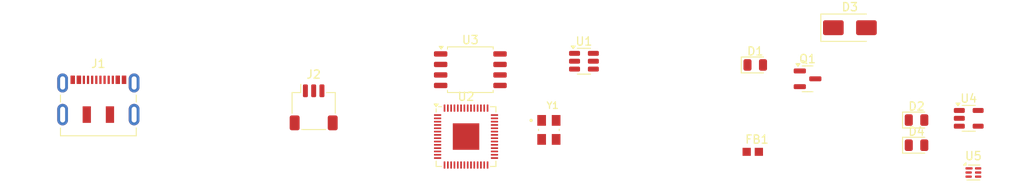
<source format=kicad_pcb>
(kicad_pcb (version 20241229) (generator "pcbnew") (generator_version "9.0")
  (layers (0 "F.Cu" signal) (2 "B.Cu" signal) (13 "F.Paste" user) (15 "B.Paste" user) (5 "F.SilkS" user "F.Silkscreen") (7 "B.SilkS" user "B.Silkscreen") (1 "F.Mask" user) (3 "B.Mask" user) (25 "Edge.Cuts" user))
  (net 0 "")
  (net 2 "/01-04-Power-DCDC-Charger-Battery/5V_USB")
  (net 3 "Net-(J1-CC2)")
  (net 4 "GND")
  (net 5 "/USB_In_D-")
  (net 6 "Net-(J1-SHIELD)")
  (net 7 "Net-(J1-CC1)")
  (net 8 "/USB_In_D+")
  (net 9 "/SWCK_UART_Rx")
  (net 11 "/SWD_UART_Tx")
  (net 12 "/USB_D+")
  (net 14 "/USB_D-")
  (net 20 "Net-(U2-DVDD-Pad23)")
  (net 30 "Net-(U2-IOVDD-Pad1)")
  (net 76 "Net-(D1-K)")
  (net 77 "Net-(U1-VBUS)")
  (net 78 "/01-04-Power-DCDC-Charger-Battery/VBATT_VBUS")
  (net 79 "Net-(D2-K)")
  (net 80 "/01-04-Power-DCDC-Charger-Battery/+BATT")
  (net 81 "Net-(D4-K)")
  (net 82 "Net-(U4-PROG)")
  (net 83 "Net-(U4-STAT)")
  (footprint "project footprints:XTAL_ABM8-272-T3" (layer "F.Cu") (at 129.625 42.35)
    (property "Reference" "Y1" (at 0.45 -2.95 0) (layer "F.SilkS") (effects (font (size 0.787402 0.787402))))
    (property "Value" "ABM8-272-T3")
    (fp_line (start -1.25 -0.085) (end -1.25 0.085) (stroke (width 0.127)) (layer "F.SilkS"))
    (fp_line (start 1.25 -0.085) (end 1.25 0.085) (stroke (width 0.127)) (layer "F.SilkS"))
    (fp_circle (center -2.145 -1.15) (end -2.045 -1.15) (stroke (width 0.2)) (fill no) (layer "F.SilkS"))
    (pad "1" smd rect (at -0.875 -1.15) (size 1.05 1.3) (layers "F.Cu" "F.Mask" "F.Paste"))
    (pad "2" smd rect (at -0.875 1.15) (size 1.05 1.3) (layers "F.Cu" "F.Mask" "F.Paste"))
    (pad "3" smd rect (at 0.875 1.15) (size 1.05 1.3) (layers "F.Cu" "F.Mask" "F.Paste"))
    (pad "4" smd rect (at 0.875 -1.15) (size 1.05 1.3) (layers "F.Cu" "F.Mask" "F.Paste"))
  )
  (footprint "project footprints:BLM18SP221SN1D_BEADC1608X95N" (layer "F.Cu") (at 154.265 45)
    (property "Reference" "FB1" (at 0.5 -1.5 0) (layer "F.SilkS"))
    (property "Value" "BLM18SP221SN1D")
    (pad "1" smd rect (at -0.735 0) (size 1 0.97) (layers "F.Cu" "F.Mask" "F.Paste") (net 77 "Net-(U1-VBUS)"))
    (pad "2" smd rect (at 0.735 0) (size 1 0.97) (layers "F.Cu" "F.Mask" "F.Paste") (net 2 "/01-04-Power-DCDC-Charger-Battery/5V_USB"))
  )
  (footprint "Package_DFN_QFN:QFN-56-1EP_7x7mm_P0.4mm_EP3.2x3.2mm" (layer "F.Cu") (at 119.6125 43.155)
    (property "Reference" "U2" (at 0 -4.83 0) (layer "F.SilkS"))
    (property "Value" "RP2040")
    (fp_line (start -3.61 -2.96) (end -3.61 -3.37) (stroke (width 0.12)) (layer "F.SilkS"))
    (fp_line (start -3.61 3.61) (end -3.61 2.96) (stroke (width 0.12)) (layer "F.SilkS"))
    (fp_line (start -2.96 -3.61) (end -3.31 -3.61) (stroke (width 0.12)) (layer "F.SilkS"))
    (fp_line (start -2.96 3.61) (end -3.61 3.61) (stroke (width 0.12)) (layer "F.SilkS"))
    (fp_line (start 2.96 -3.61) (end 3.61 -3.61) (stroke (width 0.12)) (layer "F.SilkS"))
    (fp_line (start 2.96 3.61) (end 3.61 3.61) (stroke (width 0.12)) (layer "F.SilkS"))
    (fp_line (start 3.61 -3.61) (end 3.61 -2.96) (stroke (width 0.12)) (layer "F.SilkS"))
    (fp_line (start 3.61 3.61) (end 3.61 2.96) (stroke (width 0.12)) (layer "F.SilkS"))
    (fp_poly (pts (xy -3.61 -3.61) (xy -3.85 -3.94) (xy -3.37 -3.94)) (stroke (width 0.12)) (fill yes) (layer "F.SilkS"))
    (pad "1" smd roundrect (at -3.4375 -2.6) (size 0.875 0.2) (layers "F.Cu" "F.Mask" "F.Paste") (net 30 "Net-(U2-IOVDD-Pad1)"))
    (pad "2" smd roundrect (at -3.4375 -2.2) (size 0.875 0.2) (layers "F.Cu" "F.Mask" "F.Paste"))
    (pad "3" smd roundrect (at -3.4375 -1.8) (size 0.875 0.2) (layers "F.Cu" "F.Mask" "F.Paste"))
    (pad "4" smd roundrect (at -3.4375 -1.4) (size 0.875 0.2) (layers "F.Cu" "F.Mask" "F.Paste"))
    (pad "5" smd roundrect (at -3.4375 -1) (size 0.875 0.2) (layers "F.Cu" "F.Mask" "F.Paste"))
    (pad "6" smd roundrect (at -3.4375 -0.6) (size 0.875 0.2) (layers "F.Cu" "F.Mask" "F.Paste"))
    (pad "7" smd roundrect (at -3.4375 -0.2) (size 0.875 0.2) (layers "F.Cu" "F.Mask" "F.Paste"))
    (pad "8" smd roundrect (at -3.4375 0.2) (size 0.875 0.2) (layers "F.Cu" "F.Mask" "F.Paste"))
    (pad "9" smd roundrect (at -3.4375 0.6) (size 0.875 0.2) (layers "F.Cu" "F.Mask" "F.Paste"))
    (pad "10" smd roundrect (at -3.4375 1) (size 0.875 0.2) (layers "F.Cu" "F.Mask" "F.Paste") (net 30 "Net-(U2-IOVDD-Pad1)"))
    (pad "11" smd roundrect (at -3.4375 1.4) (size 0.875 0.2) (layers "F.Cu" "F.Mask" "F.Paste"))
    (pad "12" smd roundrect (at -3.4375 1.8) (size 0.875 0.2) (layers "F.Cu" "F.Mask" "F.Paste"))
    (pad "13" smd roundrect (at -3.4375 2.2) (size 0.875 0.2) (layers "F.Cu" "F.Mask" "F.Paste"))
    (pad "14" smd roundrect (at -3.4375 2.6) (size 0.875 0.2) (layers "F.Cu" "F.Mask" "F.Paste"))
    (pad "15" smd roundrect (at -2.6 3.4375) (size 0.2 0.875) (layers "F.Cu" "F.Mask" "F.Paste"))
    (pad "16" smd roundrect (at -2.2 3.4375) (size 0.2 0.875) (layers "F.Cu" "F.Mask" "F.Paste"))
    (pad "17" smd roundrect (at -1.8 3.4375) (size 0.2 0.875) (layers "F.Cu" "F.Mask" "F.Paste"))
    (pad "18" smd roundrect (at -1.4 3.4375) (size 0.2 0.875) (layers "F.Cu" "F.Mask" "F.Paste"))
    (pad "19" smd roundrect (at -1 3.4375) (size 0.2 0.875) (layers "F.Cu" "F.Mask" "F.Paste"))
    (pad "20" smd roundrect (at -0.6 3.4375) (size 0.2 0.875) (layers "F.Cu" "F.Mask" "F.Paste"))
    (pad "21" smd roundrect (at -0.2 3.4375) (size 0.2 0.875) (layers "F.Cu" "F.Mask" "F.Paste"))
    (pad "22" smd roundrect (at 0.2 3.4375) (size 0.2 0.875) (layers "F.Cu" "F.Mask" "F.Paste") (net 30 "Net-(U2-IOVDD-Pad1)"))
    (pad "23" smd roundrect (at 0.6 3.4375) (size 0.2 0.875) (layers "F.Cu" "F.Mask" "F.Paste") (net 20 "Net-(U2-DVDD-Pad23)"))
    (pad "24" smd roundrect (at 1 3.4375) (size 0.2 0.875) (layers "F.Cu" "F.Mask" "F.Paste"))
    (pad "25" smd roundrect (at 1.4 3.4375) (size 0.2 0.875) (layers "F.Cu" "F.Mask" "F.Paste"))
    (pad "26" smd roundrect (at 1.8 3.4375) (size 0.2 0.875) (layers "F.Cu" "F.Mask" "F.Paste"))
    (pad "27" smd roundrect (at 2.2 3.4375) (size 0.2 0.875) (layers "F.Cu" "F.Mask" "F.Paste"))
    (pad "28" smd roundrect (at 2.6 3.4375) (size 0.2 0.875) (layers "F.Cu" "F.Mask" "F.Paste"))
    (pad "29" smd roundrect (at 3.4375 2.6) (size 0.875 0.2) (layers "F.Cu" "F.Mask" "F.Paste"))
    (pad "30" smd roundrect (at 3.4375 2.2) (size 0.875 0.2) (layers "F.Cu" "F.Mask" "F.Paste"))
    (pad "31" smd roundrect (at 3.4375 1.8) (size 0.875 0.2) (layers "F.Cu" "F.Mask" "F.Paste"))
    (pad "32" smd roundrect (at 3.4375 1.4) (size 0.875 0.2) (layers "F.Cu" "F.Mask" "F.Paste"))
    (pad "33" smd roundrect (at 3.4375 1) (size 0.875 0.2) (layers "F.Cu" "F.Mask" "F.Paste") (net 30 "Net-(U2-IOVDD-Pad1)"))
    (pad "34" smd roundrect (at 3.4375 0.6) (size 0.875 0.2) (layers "F.Cu" "F.Mask" "F.Paste"))
    (pad "35" smd roundrect (at 3.4375 0.2) (size 0.875 0.2) (layers "F.Cu" "F.Mask" "F.Paste"))
    (pad "36" smd roundrect (at 3.4375 -0.2) (size 0.875 0.2) (layers "F.Cu" "F.Mask" "F.Paste"))
    (pad "37" smd roundrect (at 3.4375 -0.6) (size 0.875 0.2) (layers "F.Cu" "F.Mask" "F.Paste"))
    (pad "38" smd roundrect (at 3.4375 -1) (size 0.875 0.2) (layers "F.Cu" "F.Mask" "F.Paste"))
    (pad "39" smd roundrect (at 3.4375 -1.4) (size 0.875 0.2) (layers "F.Cu" "F.Mask" "F.Paste"))
    (pad "40" smd roundrect (at 3.4375 -1.8) (size 0.875 0.2) (layers "F.Cu" "F.Mask" "F.Paste"))
    (pad "41" smd roundrect (at 3.4375 -2.2) (size 0.875 0.2) (layers "F.Cu" "F.Mask" "F.Paste"))
    (pad "42" smd roundrect (at 3.4375 -2.6) (size 0.875 0.2) (layers "F.Cu" "F.Mask" "F.Paste") (net 30 "Net-(U2-IOVDD-Pad1)"))
    (pad "43" smd roundrect (at 2.6 -3.4375) (size 0.2 0.875) (layers "F.Cu" "F.Mask" "F.Paste"))
    (pad "44" smd roundrect (at 2.2 -3.4375) (size 0.2 0.875) (layers "F.Cu" "F.Mask" "F.Paste"))
    (pad "45" smd roundrect (at 1.8 -3.4375) (size 0.2 0.875) (layers "F.Cu" "F.Mask" "F.Paste"))
    (pad "46" smd roundrect (at 1.4 -3.4375) (size 0.2 0.875) (layers "F.Cu" "F.Mask" "F.Paste"))
    (pad "47" smd roundrect (at 1 -3.4375) (size 0.2 0.875) (layers "F.Cu" "F.Mask" "F.Paste"))
    (pad "48" smd roundrect (at 0.6 -3.4375) (size 0.2 0.875) (layers "F.Cu" "F.Mask" "F.Paste"))
    (pad "49" smd roundrect (at 0.2 -3.4375) (size 0.2 0.875) (layers "F.Cu" "F.Mask" "F.Paste") (net 30 "Net-(U2-IOVDD-Pad1)"))
    (pad "50" smd roundrect (at -0.2 -3.4375) (size 0.2 0.875) (layers "F.Cu" "F.Mask" "F.Paste") (net 20 "Net-(U2-DVDD-Pad23)"))
    (pad "51" smd roundrect (at -0.6 -3.4375) (size 0.2 0.875) (layers "F.Cu" "F.Mask" "F.Paste"))
    (pad "52" smd roundrect (at -1 -3.4375) (size 0.2 0.875) (layers "F.Cu" "F.Mask" "F.Paste"))
    (pad "53" smd roundrect (at -1.4 -3.4375) (size 0.2 0.875) (layers "F.Cu" "F.Mask" "F.Paste"))
    (pad "54" smd roundrect (at -1.8 -3.4375) (size 0.2 0.875) (layers "F.Cu" "F.Mask" "F.Paste"))
    (pad "55" smd roundrect (at -2.2 -3.4375) (size 0.2 0.875) (layers "F.Cu" "F.Mask" "F.Paste"))
    (pad "56" smd roundrect (at -2.6 -3.4375) (size 0.2 0.875) (layers "F.Cu" "F.Mask" "F.Paste"))
    (pad "57" smd rect (at 0 0) (size 3.2 3.2) (property pad_prop_heatsink) (layers "F.Cu" "F.Mask"))
  )
  (footprint "LED_SMD:LED_0805_2012Metric" (layer "F.Cu") (at 174.055 41.16)
    (property "Reference" "D2" (at 0 -1.65 0) (layer "F.SilkS"))
    (property "Value" "BATT")
    (fp_line (start -1.685 -0.96) (end -1.685 0.96) (stroke (width 0.12)) (layer "F.SilkS"))
    (fp_line (start -1.685 0.96) (end 1 0.96) (stroke (width 0.12)) (layer "F.SilkS"))
    (fp_line (start 1 -0.96) (end -1.685 -0.96) (stroke (width 0.12)) (layer "F.SilkS"))
    (pad "1" smd roundrect (at -0.9375 0) (size 0.975 1.4) (layers "F.Cu" "F.Mask" "F.Paste") (net 79 "Net-(D2-K)"))
    (pad "2" smd roundrect (at 0.9375 0) (size 0.975 1.4) (layers "F.Cu" "F.Mask" "F.Paste") (net 80 "/01-04-Power-DCDC-Charger-Battery/+BATT"))
  )
  (footprint "Package_SON:WSON-6_1.5x1.5mm_P0.5mm" (layer "F.Cu") (at 180.925 47.5)
    (property "Reference" "U5" (at 0 -2 0) (layer "F.SilkS"))
    (property "Value" "BQ29700DSER")
    (fp_line (start -0.785 0.9) (end 0.785 0.9) (stroke (width 0.12)) (layer "F.SilkS"))
    (fp_line (start -0.58 -0.9) (end 0.78 -0.9) (stroke (width 0.12)) (layer "F.SilkS"))
    (fp_poly (pts (xy -0.9 -0.9) (xy -1.18 -0.9) (xy -0.9 -1.18) (xy -0.9 -0.9)) (stroke (width 0.12)) (fill yes) (layer "F.SilkS"))
    (pad "1" smd roundrect (at -0.525 -0.5 270) (size 0.28 0.85) (layers "F.Cu" "F.Mask" "F.Paste"))
    (pad "2" smd roundrect (at -0.575 0 270) (size 0.28 0.75) (layers "F.Cu" "F.Mask" "F.Paste"))
    (pad "3" smd roundrect (at -0.575 0.5 270) (size 0.28 0.75) (layers "F.Cu" "F.Mask" "F.Paste"))
    (pad "4" smd roundrect (at 0.575 0.5 270) (size 0.28 0.75) (layers "F.Cu" "F.Mask" "F.Paste"))
    (pad "5" smd roundrect (at 0.575 0 270) (size 0.28 0.75) (layers "F.Cu" "F.Mask" "F.Paste"))
    (pad "6" smd roundrect (at 0.575 -0.5 270) (size 0.28 0.75) (layers "F.Cu" "F.Mask" "F.Paste"))
  )
  (footprint "Package_TO_SOT_SMD:SOT-23-5" (layer "F.Cu") (at 180.3625 40.95)
    (property "Reference" "U4" (at 0 -2.4 0) (layer "F.SilkS"))
    (property "Value" "MCP73831-2-OT")
    (fp_line (start 0 -1.56) (end -0.8 -1.56) (stroke (width 0.12)) (layer "F.SilkS"))
    (fp_line (start 0 -1.56) (end 0.8 -1.56) (stroke (width 0.12)) (layer "F.SilkS"))
    (fp_line (start 0 1.56) (end -0.8 1.56) (stroke (width 0.12)) (layer "F.SilkS"))
    (fp_line (start 0 1.56) (end 0.8 1.56) (stroke (width 0.12)) (layer "F.SilkS"))
    (fp_poly (pts (xy -1.3 -1.51) (xy -1.54 -1.84) (xy -1.06 -1.84)) (stroke (width 0.12)) (fill yes) (layer "F.SilkS"))
    (pad "1" smd roundrect (at -1.1375 -0.95) (size 1.325 0.6) (layers "F.Cu" "F.Mask" "F.Paste") (net 83 "Net-(U4-STAT)"))
    (pad "2" smd roundrect (at -1.1375 0) (size 1.325 0.6) (layers "F.Cu" "F.Mask" "F.Paste") (net 4 "GND"))
    (pad "3" smd roundrect (at -1.1375 0.95) (size 1.325 0.6) (layers "F.Cu" "F.Mask" "F.Paste") (net 80 "/01-04-Power-DCDC-Charger-Battery/+BATT"))
    (pad "4" smd roundrect (at 1.1375 0.95) (size 1.325 0.6) (layers "F.Cu" "F.Mask" "F.Paste") (net 2 "/01-04-Power-DCDC-Charger-Battery/5V_USB"))
    (pad "5" smd roundrect (at 1.1375 -0.95) (size 1.325 0.6) (layers "F.Cu" "F.Mask" "F.Paste") (net 82 "Net-(U4-PROG)"))
  )
  (footprint "Package_SO:SOIC-8_5.3x5.3mm_P1.27mm" (layer "F.Cu") (at 120.1325 35.075)
    (property "Reference" "U3" (at 0 -3.6 0) (layer "F.SilkS"))
    (property "Value" "W25Q128JVS")
    (fp_line (start -2.76 -2.76) (end -2.76 -2.49) (stroke (width 0.12)) (layer "F.SilkS"))
    (fp_line (start -2.76 2.76) (end -2.76 2.49) (stroke (width 0.12)) (layer "F.SilkS"))
    (fp_line (start 0 -2.76) (end -2.76 -2.76) (stroke (width 0.12)) (layer "F.SilkS"))
    (fp_line (start 0 -2.76) (end 2.76 -2.76) (stroke (width 0.12)) (layer "F.SilkS"))
    (fp_line (start 0 2.76) (end -2.76 2.76) (stroke (width 0.12)) (layer "F.SilkS"))
    (fp_line (start 0 2.76) (end 2.76 2.76) (stroke (width 0.12)) (layer "F.SilkS"))
    (fp_line (start 2.76 -2.76) (end 2.76 -2.49) (stroke (width 0.12)) (layer "F.SilkS"))
    (fp_line (start 2.76 2.76) (end 2.76 2.49) (stroke (width 0.12)) (layer "F.SilkS"))
    (fp_poly (pts (xy -3.525 -2.49) (xy -3.765 -2.82) (xy -3.285 -2.82)) (stroke (width 0.12)) (fill yes) (layer "F.SilkS"))
    (pad "1" smd roundrect (at -3.5875 -1.905) (size 1.625 0.65) (layers "F.Cu" "F.Mask" "F.Paste"))
    (pad "2" smd roundrect (at -3.5875 -0.635) (size 1.625 0.65) (layers "F.Cu" "F.Mask" "F.Paste"))
    (pad "3" smd roundrect (at -3.5875 0.635) (size 1.625 0.65) (layers "F.Cu" "F.Mask" "F.Paste"))
    (pad "4" smd roundrect (at -3.5875 1.905) (size 1.625 0.65) (layers "F.Cu" "F.Mask" "F.Paste"))
    (pad "5" smd roundrect (at 3.5875 1.905) (size 1.625 0.65) (layers "F.Cu" "F.Mask" "F.Paste"))
    (pad "6" smd roundrect (at 3.5875 0.635) (size 1.625 0.65) (layers "F.Cu" "F.Mask" "F.Paste"))
    (pad "7" smd roundrect (at 3.5875 -0.635) (size 1.625 0.65) (layers "F.Cu" "F.Mask" "F.Paste"))
    (pad "8" smd roundrect (at 3.5875 -1.905) (size 1.625 0.65) (layers "F.Cu" "F.Mask" "F.Paste"))
  )
  (footprint "Package_TO_SOT_SMD:SOT-23" (layer "F.Cu") (at 160.885 36.175)
    (property "Reference" "Q1" (at 0 -2.4 0) (layer "F.SilkS"))
    (property "Value" "PMOS")
    (fp_line (start 0 -1.56) (end -0.65 -1.56) (stroke (width 0.12)) (layer "F.SilkS"))
    (fp_line (start 0 -1.56) (end 0.65 -1.56) (stroke (width 0.12)) (layer "F.SilkS"))
    (fp_line (start 0 1.56) (end -0.65 1.56) (stroke (width 0.12)) (layer "F.SilkS"))
    (fp_line (start 0 1.56) (end 0.65 1.56) (stroke (width 0.12)) (layer "F.SilkS"))
    (fp_poly (pts (xy -1.1625 -1.51) (xy -1.4025 -1.84) (xy -0.9225 -1.84)) (stroke (width 0.12)) (fill yes) (layer "F.SilkS"))
    (pad "1" smd roundrect (at -0.9375 -0.95) (size 1.475 0.6) (layers "F.Cu" "F.Mask" "F.Paste") (net 80 "/01-04-Power-DCDC-Charger-Battery/+BATT"))
    (pad "2" smd roundrect (at -0.9375 0.95) (size 1.475 0.6) (layers "F.Cu" "F.Mask" "F.Paste") (net 2 "/01-04-Power-DCDC-Charger-Battery/5V_USB"))
    (pad "3" smd roundrect (at 0.9375 0) (size 1.475 0.6) (layers "F.Cu" "F.Mask" "F.Paste") (net 78 "/01-04-Power-DCDC-Charger-Battery/VBATT_VBUS"))
  )
  (footprint "project footprints:USB_C_Receptacle_JAE_DX07S016JA1R1500" (layer "F.Cu") (at 75.18 39.35)
    (property "Reference" "J1" (at 0 -5 0) (layer "F.SilkS"))
    (property "Value" "USB_C_Receptacle_USB2.0_16P")
    (fp_line (start -4.58 -1.215) (end -4.58 -0.36) (stroke (width 0.12)) (layer "F.SilkS"))
    (fp_line (start -4.58 2.76) (end -4.58 3.71) (stroke (width 0.12)) (layer "F.SilkS"))
    (fp_line (start -4.58 3.71) (end 4.58 3.71) (stroke (width 0.12)) (layer "F.SilkS"))
    (fp_line (start 4.58 -1.215) (end 4.58 -0.36) (stroke (width 0.12)) (layer "F.SilkS"))
    (fp_line (start 4.58 2.76) (end 4.58 3.71) (stroke (width 0.12)) (layer "F.SilkS"))
    (pad "" np_thru_hole circle (at -3 -1.95) (size 0.6 0.6) (drill 0.6) (layers "*.Cu" "*.Mask"))
    (pad "" smd rect (at -1.4 1.15) (size 1 2) (layers "F.Cu" "F.Mask" "F.Paste"))
    (pad "" smd rect (at 1.4 1.15) (size 1 2) (layers "F.Cu" "F.Mask" "F.Paste"))
    (pad "" np_thru_hole oval (at 3 -1.95) (size 0.85 0.6) (drill oval 0.85 0.6) (layers "*.Cu" "*.Mask"))
    (pad "A1" smd rect (at -3.1 -3.05) (size 0.52 1) (layers "F.Cu" "F.Mask" "F.Paste") (net 4 "GND"))
    (pad "A4" smd rect (at -2.35 -3.05) (size 0.52 1) (layers "F.Cu" "F.Mask" "F.Paste") (net 77 "Net-(U1-VBUS)"))
    (pad "A5" smd rect (at -1.75 -3.05) (size 0.27 1) (layers "F.Cu" "F.Mask" "F.Paste") (net 7 "Net-(J1-CC1)"))
    (pad "A6" smd rect (at -0.25 -3.05) (size 0.27 1) (layers "F.Cu" "F.Mask" "F.Paste") (net 8 "/USB_In_D+"))
    (pad "A7" smd rect (at 0.75 -3.05) (size 0.27 1) (layers "F.Cu" "F.Mask" "F.Paste") (net 5 "/USB_In_D-"))
    (pad "A8" smd rect (at 1.75 -3.05) (size 0.27 1) (layers "F.Cu" "F.Mask" "F.Paste"))
    (pad "A9" smd rect (at 2.35 -3.05) (size 0.52 1) (layers "F.Cu" "F.Mask" "F.Paste") (net 77 "Net-(U1-VBUS)"))
    (pad "A12" smd rect (at 3.1 -3.05) (size 0.52 1) (layers "F.Cu" "F.Mask" "F.Paste") (net 4 "GND"))
    (pad "B1" smd rect (at 3.1 -3.05) (size 0.52 1) (layers "F.Cu" "F.Mask" "F.Paste") (net 4 "GND"))
    (pad "B4" smd rect (at 2.35 -3.05) (size 0.52 1) (layers "F.Cu" "F.Mask" "F.Paste") (net 77 "Net-(U1-VBUS)"))
    (pad "B5" smd rect (at 1.25 -3.05) (size 0.27 1) (layers "F.Cu" "F.Mask" "F.Paste") (net 3 "Net-(J1-CC2)"))
    (pad "B6" smd rect (at 0.25 -3.05) (size 0.27 1) (layers "F.Cu" "F.Mask" "F.Paste") (net 8 "/USB_In_D+"))
    (pad "B7" smd rect (at -0.75 -3.05) (size 0.27 1) (layers "F.Cu" "F.Mask" "F.Paste") (net 5 "/USB_In_D-"))
    (pad "B8" smd rect (at -1.25 -3.05) (size 0.27 1) (layers "F.Cu" "F.Mask" "F.Paste"))
    (pad "B9" smd rect (at -2.35 -3.05) (size 0.52 1) (layers "F.Cu" "F.Mask" "F.Paste") (net 77 "Net-(U1-VBUS)"))
    (pad "B12" smd rect (at -3.1 -3.05) (size 0.52 1) (layers "F.Cu" "F.Mask" "F.Paste") (net 4 "GND"))
    (pad "S1" thru_hole oval (at -4.32 -2.675) (size 1.3 2.3) (drill oval 0.6 1.6) (property pad_prop_heatsink) (layers "*.Cu" "*.Mask") (net 6 "Net-(J1-SHIELD)"))
    (pad "S1" thru_hole oval (at -4.32 1.15) (size 1.3 2.6) (drill oval 0.6 1.9) (property pad_prop_heatsink) (layers "*.Cu" "*.Mask") (net 6 "Net-(J1-SHIELD)"))
    (pad "S1" thru_hole oval (at 4.32 -2.675) (size 1.3 2.3) (drill oval 0.6 1.6) (property pad_prop_heatsink) (layers "*.Cu" "*.Mask") (net 6 "Net-(J1-SHIELD)"))
    (pad "S1" thru_hole oval (at 4.32 1.15) (size 1.3 2.6) (drill oval 0.6 1.9) (property pad_prop_heatsink) (layers "*.Cu" "*.Mask") (net 6 "Net-(J1-SHIELD)"))
  )
  (footprint "LED_SMD:LED_0805_2012Metric" (layer "F.Cu") (at 154.5625 34.5)
    (property "Reference" "D1" (at 0 -1.65 0) (layer "F.SilkS"))
    (property "Value" "5V")
    (fp_line (start -1.685 -0.96) (end -1.685 0.96) (stroke (width 0.12)) (layer "F.SilkS"))
    (fp_line (start -1.685 0.96) (end 1 0.96) (stroke (width 0.12)) (layer "F.SilkS"))
    (fp_line (start 1 -0.96) (end -1.685 -0.96) (stroke (width 0.12)) (layer "F.SilkS"))
    (pad "1" smd roundrect (at -0.9375 0) (size 0.975 1.4) (layers "F.Cu" "F.Mask" "F.Paste") (net 76 "Net-(D1-K)"))
    (pad "2" smd roundrect (at 0.9375 0) (size 0.975 1.4) (layers "F.Cu" "F.Mask" "F.Paste") (net 2 "/01-04-Power-DCDC-Charger-Battery/5V_USB"))
  )
  (footprint "LED_SMD:LED_0805_2012Metric" (layer "F.Cu") (at 174.055 44.2)
    (property "Reference" "D4" (at 0 -1.65 0) (layer "F.SilkS"))
    (property "Value" "CHG")
    (fp_line (start -1.685 -0.96) (end -1.685 0.96) (stroke (width 0.12)) (layer "F.SilkS"))
    (fp_line (start -1.685 0.96) (end 1 0.96) (stroke (width 0.12)) (layer "F.SilkS"))
    (fp_line (start 1 -0.96) (end -1.685 -0.96) (stroke (width 0.12)) (layer "F.SilkS"))
    (pad "1" smd roundrect (at -0.9375 0) (size 0.975 1.4) (layers "F.Cu" "F.Mask" "F.Paste") (net 81 "Net-(D4-K)"))
    (pad "2" smd roundrect (at 0.9375 0) (size 0.975 1.4) (layers "F.Cu" "F.Mask" "F.Paste") (net 2 "/01-04-Power-DCDC-Charger-Battery/5V_USB"))
  )
  (footprint "project footprints:JST_SH_SM03B-SRSS-TB_1x03-1MP_P1.00mm_Horizontal" (layer "F.Cu") (at 101.2 39.625)
    (property "Reference" "J2" (at 0 -3.98 0) (layer "F.SilkS"))
    (property "Value" "Conn_01x03_MountingPin")
    (fp_line (start -2.61 -1.785) (end -1.56 -1.785) (stroke (width 0.12)) (layer "F.SilkS"))
    (fp_line (start -2.61 0.715) (end -2.61 -1.785) (stroke (width 0.12)) (layer "F.SilkS"))
    (fp_line (start -1.56 -1.785) (end -1.56 -2.775) (stroke (width 0.12)) (layer "F.SilkS"))
    (fp_line (start -1.44 2.685) (end 1.44 2.685) (stroke (width 0.12)) (layer "F.SilkS"))
    (fp_line (start 2.61 -1.785) (end 1.56 -1.785) (stroke (width 0.12)) (layer "F.SilkS"))
    (fp_line (start 2.61 0.715) (end 2.61 -1.785) (stroke (width 0.12)) (layer "F.SilkS"))
    (pad "1" smd roundrect (at -1 -2) (size 0.6 1.55) (layers "F.Cu" "F.Mask" "F.Paste") (net 9 "/SWCK_UART_Rx"))
    (pad "2" smd roundrect (at 0 -2) (size 0.6 1.55) (layers "F.Cu" "F.Mask" "F.Paste") (net 4 "GND"))
    (pad "3" smd roundrect (at 1 -2) (size 0.6 1.55) (layers "F.Cu" "F.Mask" "F.Paste") (net 11 "/SWD_UART_Tx"))
    (pad "MP" smd roundrect (at -2.3 1.875) (size 1.2 1.8) (layers "F.Cu" "F.Mask" "F.Paste") (roundrect_rratio 0.208333))
    (pad "MP" smd roundrect (at 2.3 1.875) (size 1.2 1.8) (layers "F.Cu" "F.Mask" "F.Paste") (roundrect_rratio 0.208333))
  )
  (footprint "Package_TO_SOT_SMD:SOT-23-6" (layer "F.Cu") (at 133.8625 34.05)
    (property "Reference" "U1" (at 0 -2.4 0) (layer "F.SilkS"))
    (property "Value" "USBLC6-2SC6")
    (fp_line (start 0 -1.56) (end -0.8 -1.56) (stroke (width 0.12)) (layer "F.SilkS"))
    (fp_line (start 0 -1.56) (end 0.8 -1.56) (stroke (width 0.12)) (layer "F.SilkS"))
    (fp_line (start 0 1.56) (end -0.8 1.56) (stroke (width 0.12)) (layer "F.SilkS"))
    (fp_line (start 0 1.56) (end 0.8 1.56) (stroke (width 0.12)) (layer "F.SilkS"))
    (fp_poly (pts (xy -1.3 -1.51) (xy -1.54 -1.84) (xy -1.06 -1.84)) (stroke (width 0.12)) (fill yes) (layer "F.SilkS"))
    (pad "1" smd roundrect (at -1.1375 -0.95) (size 1.325 0.6) (layers "F.Cu" "F.Mask" "F.Paste") (net 5 "/USB_In_D-"))
    (pad "2" smd roundrect (at -1.1375 0) (size 1.325 0.6) (layers "F.Cu" "F.Mask" "F.Paste") (net 4 "GND"))
    (pad "3" smd roundrect (at -1.1375 0.95) (size 1.325 0.6) (layers "F.Cu" "F.Mask" "F.Paste") (net 8 "/USB_In_D+"))
    (pad "4" smd roundrect (at 1.1375 0.95) (size 1.325 0.6) (layers "F.Cu" "F.Mask" "F.Paste") (net 12 "/USB_D+"))
    (pad "5" smd roundrect (at 1.1375 0) (size 1.325 0.6) (layers "F.Cu" "F.Mask" "F.Paste") (net 77 "Net-(U1-VBUS)"))
    (pad "6" smd roundrect (at 1.1375 -0.95) (size 1.325 0.6) (layers "F.Cu" "F.Mask" "F.Paste") (net 14 "/USB_D-"))
  )
  (footprint "Diode_SMD:D_SMA" (layer "F.Cu") (at 166 30)
    (property "Reference" "D3" (at 0 -2.5 0) (layer "F.SilkS"))
    (property "Value" "SS14")
    (fp_line (start -3.51 -1.65) (end -3.51 1.65) (stroke (width 0.12)) (layer "F.SilkS"))
    (fp_line (start -3.51 -1.65) (end 2 -1.65) (stroke (width 0.12)) (layer "F.SilkS"))
    (fp_line (start -3.51 1.65) (end 2 1.65) (stroke (width 0.12)) (layer "F.SilkS"))
    (pad "1" smd roundrect (at -2 0) (size 2.5 1.8) (layers "F.Cu" "F.Mask" "F.Paste") (roundrect_rratio 0.1388888889) (net 78 "/01-04-Power-DCDC-Charger-Battery/VBATT_VBUS"))
    (pad "2" smd roundrect (at 2 0) (size 2.5 1.8) (layers "F.Cu" "F.Mask" "F.Paste") (roundrect_rratio 0.1388888889) (net 2 "/01-04-Power-DCDC-Charger-Battery/5V_USB"))
  )
)
</source>
